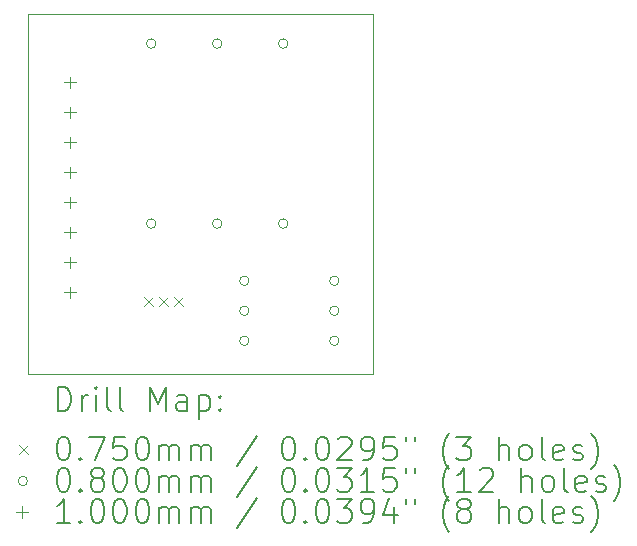
<source format=gbr>
%FSLAX45Y45*%
G04 Gerber Fmt 4.5, Leading zero omitted, Abs format (unit mm)*
G04 Created by KiCad (PCBNEW (6.0.6)) date 2022-06-23 13:02:32*
%MOMM*%
%LPD*%
G01*
G04 APERTURE LIST*
%TA.AperFunction,Profile*%
%ADD10C,0.100000*%
%TD*%
%ADD11C,0.200000*%
%ADD12C,0.075000*%
%ADD13C,0.080000*%
%ADD14C,0.100000*%
G04 APERTURE END LIST*
D10*
X0Y0D02*
X2921000Y0D01*
X2921000Y0D02*
X2921000Y-3048000D01*
X2921000Y-3048000D02*
X0Y-3048000D01*
X0Y-3048000D02*
X0Y0D01*
D11*
D12*
X978500Y-2400900D02*
X1053500Y-2475900D01*
X1053500Y-2400900D02*
X978500Y-2475900D01*
X1105500Y-2400900D02*
X1180500Y-2475900D01*
X1180500Y-2400900D02*
X1105500Y-2475900D01*
X1232500Y-2400900D02*
X1307500Y-2475900D01*
X1307500Y-2400900D02*
X1232500Y-2475900D01*
D13*
X1081400Y-254000D02*
G75*
G03*
X1081400Y-254000I-40000J0D01*
G01*
X1081400Y-1778000D02*
G75*
G03*
X1081400Y-1778000I-40000J0D01*
G01*
X1640200Y-254000D02*
G75*
G03*
X1640200Y-254000I-40000J0D01*
G01*
X1640200Y-1778000D02*
G75*
G03*
X1640200Y-1778000I-40000J0D01*
G01*
X1869800Y-2262100D02*
G75*
G03*
X1869800Y-2262100I-40000J0D01*
G01*
X1869800Y-2516100D02*
G75*
G03*
X1869800Y-2516100I-40000J0D01*
G01*
X1869800Y-2770100D02*
G75*
G03*
X1869800Y-2770100I-40000J0D01*
G01*
X2199000Y-254000D02*
G75*
G03*
X2199000Y-254000I-40000J0D01*
G01*
X2199000Y-1778000D02*
G75*
G03*
X2199000Y-1778000I-40000J0D01*
G01*
X2631800Y-2262100D02*
G75*
G03*
X2631800Y-2262100I-40000J0D01*
G01*
X2631800Y-2516100D02*
G75*
G03*
X2631800Y-2516100I-40000J0D01*
G01*
X2631800Y-2770100D02*
G75*
G03*
X2631800Y-2770100I-40000J0D01*
G01*
D14*
X355600Y-532700D02*
X355600Y-632700D01*
X305600Y-582700D02*
X405600Y-582700D01*
X355600Y-786700D02*
X355600Y-886700D01*
X305600Y-836700D02*
X405600Y-836700D01*
X355600Y-1040700D02*
X355600Y-1140700D01*
X305600Y-1090700D02*
X405600Y-1090700D01*
X355600Y-1294700D02*
X355600Y-1394700D01*
X305600Y-1344700D02*
X405600Y-1344700D01*
X355600Y-1548700D02*
X355600Y-1648700D01*
X305600Y-1598700D02*
X405600Y-1598700D01*
X355600Y-1802700D02*
X355600Y-1902700D01*
X305600Y-1852700D02*
X405600Y-1852700D01*
X355600Y-2056700D02*
X355600Y-2156700D01*
X305600Y-2106700D02*
X405600Y-2106700D01*
X355600Y-2310700D02*
X355600Y-2410700D01*
X305600Y-2360700D02*
X405600Y-2360700D01*
D11*
X252619Y-3363476D02*
X252619Y-3163476D01*
X300238Y-3163476D01*
X328810Y-3173000D01*
X347857Y-3192048D01*
X357381Y-3211095D01*
X366905Y-3249190D01*
X366905Y-3277762D01*
X357381Y-3315857D01*
X347857Y-3334905D01*
X328810Y-3353952D01*
X300238Y-3363476D01*
X252619Y-3363476D01*
X452619Y-3363476D02*
X452619Y-3230143D01*
X452619Y-3268238D02*
X462143Y-3249190D01*
X471667Y-3239667D01*
X490714Y-3230143D01*
X509762Y-3230143D01*
X576429Y-3363476D02*
X576429Y-3230143D01*
X576429Y-3163476D02*
X566905Y-3173000D01*
X576429Y-3182524D01*
X585952Y-3173000D01*
X576429Y-3163476D01*
X576429Y-3182524D01*
X700238Y-3363476D02*
X681190Y-3353952D01*
X671667Y-3334905D01*
X671667Y-3163476D01*
X805000Y-3363476D02*
X785952Y-3353952D01*
X776428Y-3334905D01*
X776428Y-3163476D01*
X1033571Y-3363476D02*
X1033571Y-3163476D01*
X1100238Y-3306333D01*
X1166905Y-3163476D01*
X1166905Y-3363476D01*
X1347857Y-3363476D02*
X1347857Y-3258714D01*
X1338333Y-3239667D01*
X1319286Y-3230143D01*
X1281190Y-3230143D01*
X1262143Y-3239667D01*
X1347857Y-3353952D02*
X1328810Y-3363476D01*
X1281190Y-3363476D01*
X1262143Y-3353952D01*
X1252619Y-3334905D01*
X1252619Y-3315857D01*
X1262143Y-3296809D01*
X1281190Y-3287286D01*
X1328810Y-3287286D01*
X1347857Y-3277762D01*
X1443095Y-3230143D02*
X1443095Y-3430143D01*
X1443095Y-3239667D02*
X1462143Y-3230143D01*
X1500238Y-3230143D01*
X1519286Y-3239667D01*
X1528809Y-3249190D01*
X1538333Y-3268238D01*
X1538333Y-3325381D01*
X1528809Y-3344428D01*
X1519286Y-3353952D01*
X1500238Y-3363476D01*
X1462143Y-3363476D01*
X1443095Y-3353952D01*
X1624048Y-3344428D02*
X1633571Y-3353952D01*
X1624048Y-3363476D01*
X1614524Y-3353952D01*
X1624048Y-3344428D01*
X1624048Y-3363476D01*
X1624048Y-3239667D02*
X1633571Y-3249190D01*
X1624048Y-3258714D01*
X1614524Y-3249190D01*
X1624048Y-3239667D01*
X1624048Y-3258714D01*
D12*
X-80000Y-3655500D02*
X-5000Y-3730500D01*
X-5000Y-3655500D02*
X-80000Y-3730500D01*
D11*
X290714Y-3583476D02*
X309762Y-3583476D01*
X328810Y-3593000D01*
X338333Y-3602524D01*
X347857Y-3621571D01*
X357381Y-3659667D01*
X357381Y-3707286D01*
X347857Y-3745381D01*
X338333Y-3764428D01*
X328810Y-3773952D01*
X309762Y-3783476D01*
X290714Y-3783476D01*
X271667Y-3773952D01*
X262143Y-3764428D01*
X252619Y-3745381D01*
X243095Y-3707286D01*
X243095Y-3659667D01*
X252619Y-3621571D01*
X262143Y-3602524D01*
X271667Y-3593000D01*
X290714Y-3583476D01*
X443095Y-3764428D02*
X452619Y-3773952D01*
X443095Y-3783476D01*
X433571Y-3773952D01*
X443095Y-3764428D01*
X443095Y-3783476D01*
X519286Y-3583476D02*
X652619Y-3583476D01*
X566905Y-3783476D01*
X824048Y-3583476D02*
X728809Y-3583476D01*
X719286Y-3678714D01*
X728809Y-3669190D01*
X747857Y-3659667D01*
X795476Y-3659667D01*
X814524Y-3669190D01*
X824048Y-3678714D01*
X833571Y-3697762D01*
X833571Y-3745381D01*
X824048Y-3764428D01*
X814524Y-3773952D01*
X795476Y-3783476D01*
X747857Y-3783476D01*
X728809Y-3773952D01*
X719286Y-3764428D01*
X957381Y-3583476D02*
X976428Y-3583476D01*
X995476Y-3593000D01*
X1005000Y-3602524D01*
X1014524Y-3621571D01*
X1024048Y-3659667D01*
X1024048Y-3707286D01*
X1014524Y-3745381D01*
X1005000Y-3764428D01*
X995476Y-3773952D01*
X976428Y-3783476D01*
X957381Y-3783476D01*
X938333Y-3773952D01*
X928809Y-3764428D01*
X919286Y-3745381D01*
X909762Y-3707286D01*
X909762Y-3659667D01*
X919286Y-3621571D01*
X928809Y-3602524D01*
X938333Y-3593000D01*
X957381Y-3583476D01*
X1109762Y-3783476D02*
X1109762Y-3650143D01*
X1109762Y-3669190D02*
X1119286Y-3659667D01*
X1138333Y-3650143D01*
X1166905Y-3650143D01*
X1185952Y-3659667D01*
X1195476Y-3678714D01*
X1195476Y-3783476D01*
X1195476Y-3678714D02*
X1205000Y-3659667D01*
X1224048Y-3650143D01*
X1252619Y-3650143D01*
X1271667Y-3659667D01*
X1281190Y-3678714D01*
X1281190Y-3783476D01*
X1376429Y-3783476D02*
X1376429Y-3650143D01*
X1376429Y-3669190D02*
X1385952Y-3659667D01*
X1405000Y-3650143D01*
X1433571Y-3650143D01*
X1452619Y-3659667D01*
X1462143Y-3678714D01*
X1462143Y-3783476D01*
X1462143Y-3678714D02*
X1471667Y-3659667D01*
X1490714Y-3650143D01*
X1519286Y-3650143D01*
X1538333Y-3659667D01*
X1547857Y-3678714D01*
X1547857Y-3783476D01*
X1938333Y-3573952D02*
X1766905Y-3831095D01*
X2195476Y-3583476D02*
X2214524Y-3583476D01*
X2233571Y-3593000D01*
X2243095Y-3602524D01*
X2252619Y-3621571D01*
X2262143Y-3659667D01*
X2262143Y-3707286D01*
X2252619Y-3745381D01*
X2243095Y-3764428D01*
X2233571Y-3773952D01*
X2214524Y-3783476D01*
X2195476Y-3783476D01*
X2176429Y-3773952D01*
X2166905Y-3764428D01*
X2157381Y-3745381D01*
X2147857Y-3707286D01*
X2147857Y-3659667D01*
X2157381Y-3621571D01*
X2166905Y-3602524D01*
X2176429Y-3593000D01*
X2195476Y-3583476D01*
X2347857Y-3764428D02*
X2357381Y-3773952D01*
X2347857Y-3783476D01*
X2338333Y-3773952D01*
X2347857Y-3764428D01*
X2347857Y-3783476D01*
X2481190Y-3583476D02*
X2500238Y-3583476D01*
X2519286Y-3593000D01*
X2528810Y-3602524D01*
X2538333Y-3621571D01*
X2547857Y-3659667D01*
X2547857Y-3707286D01*
X2538333Y-3745381D01*
X2528810Y-3764428D01*
X2519286Y-3773952D01*
X2500238Y-3783476D01*
X2481190Y-3783476D01*
X2462143Y-3773952D01*
X2452619Y-3764428D01*
X2443095Y-3745381D01*
X2433571Y-3707286D01*
X2433571Y-3659667D01*
X2443095Y-3621571D01*
X2452619Y-3602524D01*
X2462143Y-3593000D01*
X2481190Y-3583476D01*
X2624048Y-3602524D02*
X2633571Y-3593000D01*
X2652619Y-3583476D01*
X2700238Y-3583476D01*
X2719286Y-3593000D01*
X2728810Y-3602524D01*
X2738333Y-3621571D01*
X2738333Y-3640619D01*
X2728810Y-3669190D01*
X2614524Y-3783476D01*
X2738333Y-3783476D01*
X2833571Y-3783476D02*
X2871667Y-3783476D01*
X2890714Y-3773952D01*
X2900238Y-3764428D01*
X2919286Y-3735857D01*
X2928809Y-3697762D01*
X2928809Y-3621571D01*
X2919286Y-3602524D01*
X2909762Y-3593000D01*
X2890714Y-3583476D01*
X2852619Y-3583476D01*
X2833571Y-3593000D01*
X2824048Y-3602524D01*
X2814524Y-3621571D01*
X2814524Y-3669190D01*
X2824048Y-3688238D01*
X2833571Y-3697762D01*
X2852619Y-3707286D01*
X2890714Y-3707286D01*
X2909762Y-3697762D01*
X2919286Y-3688238D01*
X2928809Y-3669190D01*
X3109762Y-3583476D02*
X3014524Y-3583476D01*
X3005000Y-3678714D01*
X3014524Y-3669190D01*
X3033571Y-3659667D01*
X3081190Y-3659667D01*
X3100238Y-3669190D01*
X3109762Y-3678714D01*
X3119286Y-3697762D01*
X3119286Y-3745381D01*
X3109762Y-3764428D01*
X3100238Y-3773952D01*
X3081190Y-3783476D01*
X3033571Y-3783476D01*
X3014524Y-3773952D01*
X3005000Y-3764428D01*
X3195476Y-3583476D02*
X3195476Y-3621571D01*
X3271667Y-3583476D02*
X3271667Y-3621571D01*
X3566905Y-3859667D02*
X3557381Y-3850143D01*
X3538333Y-3821571D01*
X3528809Y-3802524D01*
X3519286Y-3773952D01*
X3509762Y-3726333D01*
X3509762Y-3688238D01*
X3519286Y-3640619D01*
X3528809Y-3612048D01*
X3538333Y-3593000D01*
X3557381Y-3564428D01*
X3566905Y-3554905D01*
X3624048Y-3583476D02*
X3747857Y-3583476D01*
X3681190Y-3659667D01*
X3709762Y-3659667D01*
X3728809Y-3669190D01*
X3738333Y-3678714D01*
X3747857Y-3697762D01*
X3747857Y-3745381D01*
X3738333Y-3764428D01*
X3728809Y-3773952D01*
X3709762Y-3783476D01*
X3652619Y-3783476D01*
X3633571Y-3773952D01*
X3624048Y-3764428D01*
X3985952Y-3783476D02*
X3985952Y-3583476D01*
X4071667Y-3783476D02*
X4071667Y-3678714D01*
X4062143Y-3659667D01*
X4043095Y-3650143D01*
X4014524Y-3650143D01*
X3995476Y-3659667D01*
X3985952Y-3669190D01*
X4195476Y-3783476D02*
X4176428Y-3773952D01*
X4166905Y-3764428D01*
X4157381Y-3745381D01*
X4157381Y-3688238D01*
X4166905Y-3669190D01*
X4176428Y-3659667D01*
X4195476Y-3650143D01*
X4224048Y-3650143D01*
X4243095Y-3659667D01*
X4252619Y-3669190D01*
X4262143Y-3688238D01*
X4262143Y-3745381D01*
X4252619Y-3764428D01*
X4243095Y-3773952D01*
X4224048Y-3783476D01*
X4195476Y-3783476D01*
X4376429Y-3783476D02*
X4357381Y-3773952D01*
X4347857Y-3754905D01*
X4347857Y-3583476D01*
X4528810Y-3773952D02*
X4509762Y-3783476D01*
X4471667Y-3783476D01*
X4452619Y-3773952D01*
X4443095Y-3754905D01*
X4443095Y-3678714D01*
X4452619Y-3659667D01*
X4471667Y-3650143D01*
X4509762Y-3650143D01*
X4528810Y-3659667D01*
X4538333Y-3678714D01*
X4538333Y-3697762D01*
X4443095Y-3716809D01*
X4614524Y-3773952D02*
X4633571Y-3783476D01*
X4671667Y-3783476D01*
X4690714Y-3773952D01*
X4700238Y-3754905D01*
X4700238Y-3745381D01*
X4690714Y-3726333D01*
X4671667Y-3716809D01*
X4643095Y-3716809D01*
X4624048Y-3707286D01*
X4614524Y-3688238D01*
X4614524Y-3678714D01*
X4624048Y-3659667D01*
X4643095Y-3650143D01*
X4671667Y-3650143D01*
X4690714Y-3659667D01*
X4766905Y-3859667D02*
X4776429Y-3850143D01*
X4795476Y-3821571D01*
X4805000Y-3802524D01*
X4814524Y-3773952D01*
X4824048Y-3726333D01*
X4824048Y-3688238D01*
X4814524Y-3640619D01*
X4805000Y-3612048D01*
X4795476Y-3593000D01*
X4776429Y-3564428D01*
X4766905Y-3554905D01*
D13*
X-5000Y-3957000D02*
G75*
G03*
X-5000Y-3957000I-40000J0D01*
G01*
D11*
X290714Y-3847476D02*
X309762Y-3847476D01*
X328810Y-3857000D01*
X338333Y-3866524D01*
X347857Y-3885571D01*
X357381Y-3923667D01*
X357381Y-3971286D01*
X347857Y-4009381D01*
X338333Y-4028428D01*
X328810Y-4037952D01*
X309762Y-4047476D01*
X290714Y-4047476D01*
X271667Y-4037952D01*
X262143Y-4028428D01*
X252619Y-4009381D01*
X243095Y-3971286D01*
X243095Y-3923667D01*
X252619Y-3885571D01*
X262143Y-3866524D01*
X271667Y-3857000D01*
X290714Y-3847476D01*
X443095Y-4028428D02*
X452619Y-4037952D01*
X443095Y-4047476D01*
X433571Y-4037952D01*
X443095Y-4028428D01*
X443095Y-4047476D01*
X566905Y-3933190D02*
X547857Y-3923667D01*
X538333Y-3914143D01*
X528810Y-3895095D01*
X528810Y-3885571D01*
X538333Y-3866524D01*
X547857Y-3857000D01*
X566905Y-3847476D01*
X605000Y-3847476D01*
X624048Y-3857000D01*
X633571Y-3866524D01*
X643095Y-3885571D01*
X643095Y-3895095D01*
X633571Y-3914143D01*
X624048Y-3923667D01*
X605000Y-3933190D01*
X566905Y-3933190D01*
X547857Y-3942714D01*
X538333Y-3952238D01*
X528810Y-3971286D01*
X528810Y-4009381D01*
X538333Y-4028428D01*
X547857Y-4037952D01*
X566905Y-4047476D01*
X605000Y-4047476D01*
X624048Y-4037952D01*
X633571Y-4028428D01*
X643095Y-4009381D01*
X643095Y-3971286D01*
X633571Y-3952238D01*
X624048Y-3942714D01*
X605000Y-3933190D01*
X766905Y-3847476D02*
X785952Y-3847476D01*
X805000Y-3857000D01*
X814524Y-3866524D01*
X824048Y-3885571D01*
X833571Y-3923667D01*
X833571Y-3971286D01*
X824048Y-4009381D01*
X814524Y-4028428D01*
X805000Y-4037952D01*
X785952Y-4047476D01*
X766905Y-4047476D01*
X747857Y-4037952D01*
X738333Y-4028428D01*
X728809Y-4009381D01*
X719286Y-3971286D01*
X719286Y-3923667D01*
X728809Y-3885571D01*
X738333Y-3866524D01*
X747857Y-3857000D01*
X766905Y-3847476D01*
X957381Y-3847476D02*
X976428Y-3847476D01*
X995476Y-3857000D01*
X1005000Y-3866524D01*
X1014524Y-3885571D01*
X1024048Y-3923667D01*
X1024048Y-3971286D01*
X1014524Y-4009381D01*
X1005000Y-4028428D01*
X995476Y-4037952D01*
X976428Y-4047476D01*
X957381Y-4047476D01*
X938333Y-4037952D01*
X928809Y-4028428D01*
X919286Y-4009381D01*
X909762Y-3971286D01*
X909762Y-3923667D01*
X919286Y-3885571D01*
X928809Y-3866524D01*
X938333Y-3857000D01*
X957381Y-3847476D01*
X1109762Y-4047476D02*
X1109762Y-3914143D01*
X1109762Y-3933190D02*
X1119286Y-3923667D01*
X1138333Y-3914143D01*
X1166905Y-3914143D01*
X1185952Y-3923667D01*
X1195476Y-3942714D01*
X1195476Y-4047476D01*
X1195476Y-3942714D02*
X1205000Y-3923667D01*
X1224048Y-3914143D01*
X1252619Y-3914143D01*
X1271667Y-3923667D01*
X1281190Y-3942714D01*
X1281190Y-4047476D01*
X1376429Y-4047476D02*
X1376429Y-3914143D01*
X1376429Y-3933190D02*
X1385952Y-3923667D01*
X1405000Y-3914143D01*
X1433571Y-3914143D01*
X1452619Y-3923667D01*
X1462143Y-3942714D01*
X1462143Y-4047476D01*
X1462143Y-3942714D02*
X1471667Y-3923667D01*
X1490714Y-3914143D01*
X1519286Y-3914143D01*
X1538333Y-3923667D01*
X1547857Y-3942714D01*
X1547857Y-4047476D01*
X1938333Y-3837952D02*
X1766905Y-4095095D01*
X2195476Y-3847476D02*
X2214524Y-3847476D01*
X2233571Y-3857000D01*
X2243095Y-3866524D01*
X2252619Y-3885571D01*
X2262143Y-3923667D01*
X2262143Y-3971286D01*
X2252619Y-4009381D01*
X2243095Y-4028428D01*
X2233571Y-4037952D01*
X2214524Y-4047476D01*
X2195476Y-4047476D01*
X2176429Y-4037952D01*
X2166905Y-4028428D01*
X2157381Y-4009381D01*
X2147857Y-3971286D01*
X2147857Y-3923667D01*
X2157381Y-3885571D01*
X2166905Y-3866524D01*
X2176429Y-3857000D01*
X2195476Y-3847476D01*
X2347857Y-4028428D02*
X2357381Y-4037952D01*
X2347857Y-4047476D01*
X2338333Y-4037952D01*
X2347857Y-4028428D01*
X2347857Y-4047476D01*
X2481190Y-3847476D02*
X2500238Y-3847476D01*
X2519286Y-3857000D01*
X2528810Y-3866524D01*
X2538333Y-3885571D01*
X2547857Y-3923667D01*
X2547857Y-3971286D01*
X2538333Y-4009381D01*
X2528810Y-4028428D01*
X2519286Y-4037952D01*
X2500238Y-4047476D01*
X2481190Y-4047476D01*
X2462143Y-4037952D01*
X2452619Y-4028428D01*
X2443095Y-4009381D01*
X2433571Y-3971286D01*
X2433571Y-3923667D01*
X2443095Y-3885571D01*
X2452619Y-3866524D01*
X2462143Y-3857000D01*
X2481190Y-3847476D01*
X2614524Y-3847476D02*
X2738333Y-3847476D01*
X2671667Y-3923667D01*
X2700238Y-3923667D01*
X2719286Y-3933190D01*
X2728810Y-3942714D01*
X2738333Y-3961762D01*
X2738333Y-4009381D01*
X2728810Y-4028428D01*
X2719286Y-4037952D01*
X2700238Y-4047476D01*
X2643095Y-4047476D01*
X2624048Y-4037952D01*
X2614524Y-4028428D01*
X2928809Y-4047476D02*
X2814524Y-4047476D01*
X2871667Y-4047476D02*
X2871667Y-3847476D01*
X2852619Y-3876048D01*
X2833571Y-3895095D01*
X2814524Y-3904619D01*
X3109762Y-3847476D02*
X3014524Y-3847476D01*
X3005000Y-3942714D01*
X3014524Y-3933190D01*
X3033571Y-3923667D01*
X3081190Y-3923667D01*
X3100238Y-3933190D01*
X3109762Y-3942714D01*
X3119286Y-3961762D01*
X3119286Y-4009381D01*
X3109762Y-4028428D01*
X3100238Y-4037952D01*
X3081190Y-4047476D01*
X3033571Y-4047476D01*
X3014524Y-4037952D01*
X3005000Y-4028428D01*
X3195476Y-3847476D02*
X3195476Y-3885571D01*
X3271667Y-3847476D02*
X3271667Y-3885571D01*
X3566905Y-4123667D02*
X3557381Y-4114143D01*
X3538333Y-4085571D01*
X3528809Y-4066524D01*
X3519286Y-4037952D01*
X3509762Y-3990333D01*
X3509762Y-3952238D01*
X3519286Y-3904619D01*
X3528809Y-3876048D01*
X3538333Y-3857000D01*
X3557381Y-3828428D01*
X3566905Y-3818905D01*
X3747857Y-4047476D02*
X3633571Y-4047476D01*
X3690714Y-4047476D02*
X3690714Y-3847476D01*
X3671667Y-3876048D01*
X3652619Y-3895095D01*
X3633571Y-3904619D01*
X3824048Y-3866524D02*
X3833571Y-3857000D01*
X3852619Y-3847476D01*
X3900238Y-3847476D01*
X3919286Y-3857000D01*
X3928809Y-3866524D01*
X3938333Y-3885571D01*
X3938333Y-3904619D01*
X3928809Y-3933190D01*
X3814524Y-4047476D01*
X3938333Y-4047476D01*
X4176428Y-4047476D02*
X4176428Y-3847476D01*
X4262143Y-4047476D02*
X4262143Y-3942714D01*
X4252619Y-3923667D01*
X4233571Y-3914143D01*
X4205000Y-3914143D01*
X4185952Y-3923667D01*
X4176428Y-3933190D01*
X4385952Y-4047476D02*
X4366905Y-4037952D01*
X4357381Y-4028428D01*
X4347857Y-4009381D01*
X4347857Y-3952238D01*
X4357381Y-3933190D01*
X4366905Y-3923667D01*
X4385952Y-3914143D01*
X4414524Y-3914143D01*
X4433571Y-3923667D01*
X4443095Y-3933190D01*
X4452619Y-3952238D01*
X4452619Y-4009381D01*
X4443095Y-4028428D01*
X4433571Y-4037952D01*
X4414524Y-4047476D01*
X4385952Y-4047476D01*
X4566905Y-4047476D02*
X4547857Y-4037952D01*
X4538333Y-4018905D01*
X4538333Y-3847476D01*
X4719286Y-4037952D02*
X4700238Y-4047476D01*
X4662143Y-4047476D01*
X4643095Y-4037952D01*
X4633571Y-4018905D01*
X4633571Y-3942714D01*
X4643095Y-3923667D01*
X4662143Y-3914143D01*
X4700238Y-3914143D01*
X4719286Y-3923667D01*
X4728810Y-3942714D01*
X4728810Y-3961762D01*
X4633571Y-3980809D01*
X4805000Y-4037952D02*
X4824048Y-4047476D01*
X4862143Y-4047476D01*
X4881190Y-4037952D01*
X4890714Y-4018905D01*
X4890714Y-4009381D01*
X4881190Y-3990333D01*
X4862143Y-3980809D01*
X4833571Y-3980809D01*
X4814524Y-3971286D01*
X4805000Y-3952238D01*
X4805000Y-3942714D01*
X4814524Y-3923667D01*
X4833571Y-3914143D01*
X4862143Y-3914143D01*
X4881190Y-3923667D01*
X4957381Y-4123667D02*
X4966905Y-4114143D01*
X4985952Y-4085571D01*
X4995476Y-4066524D01*
X5005000Y-4037952D01*
X5014524Y-3990333D01*
X5014524Y-3952238D01*
X5005000Y-3904619D01*
X4995476Y-3876048D01*
X4985952Y-3857000D01*
X4966905Y-3828428D01*
X4957381Y-3818905D01*
D14*
X-55000Y-4171000D02*
X-55000Y-4271000D01*
X-105000Y-4221000D02*
X-5000Y-4221000D01*
D11*
X357381Y-4311476D02*
X243095Y-4311476D01*
X300238Y-4311476D02*
X300238Y-4111476D01*
X281190Y-4140048D01*
X262143Y-4159095D01*
X243095Y-4168619D01*
X443095Y-4292429D02*
X452619Y-4301952D01*
X443095Y-4311476D01*
X433571Y-4301952D01*
X443095Y-4292429D01*
X443095Y-4311476D01*
X576429Y-4111476D02*
X595476Y-4111476D01*
X614524Y-4121000D01*
X624048Y-4130524D01*
X633571Y-4149571D01*
X643095Y-4187667D01*
X643095Y-4235286D01*
X633571Y-4273381D01*
X624048Y-4292429D01*
X614524Y-4301952D01*
X595476Y-4311476D01*
X576429Y-4311476D01*
X557381Y-4301952D01*
X547857Y-4292429D01*
X538333Y-4273381D01*
X528810Y-4235286D01*
X528810Y-4187667D01*
X538333Y-4149571D01*
X547857Y-4130524D01*
X557381Y-4121000D01*
X576429Y-4111476D01*
X766905Y-4111476D02*
X785952Y-4111476D01*
X805000Y-4121000D01*
X814524Y-4130524D01*
X824048Y-4149571D01*
X833571Y-4187667D01*
X833571Y-4235286D01*
X824048Y-4273381D01*
X814524Y-4292429D01*
X805000Y-4301952D01*
X785952Y-4311476D01*
X766905Y-4311476D01*
X747857Y-4301952D01*
X738333Y-4292429D01*
X728809Y-4273381D01*
X719286Y-4235286D01*
X719286Y-4187667D01*
X728809Y-4149571D01*
X738333Y-4130524D01*
X747857Y-4121000D01*
X766905Y-4111476D01*
X957381Y-4111476D02*
X976428Y-4111476D01*
X995476Y-4121000D01*
X1005000Y-4130524D01*
X1014524Y-4149571D01*
X1024048Y-4187667D01*
X1024048Y-4235286D01*
X1014524Y-4273381D01*
X1005000Y-4292429D01*
X995476Y-4301952D01*
X976428Y-4311476D01*
X957381Y-4311476D01*
X938333Y-4301952D01*
X928809Y-4292429D01*
X919286Y-4273381D01*
X909762Y-4235286D01*
X909762Y-4187667D01*
X919286Y-4149571D01*
X928809Y-4130524D01*
X938333Y-4121000D01*
X957381Y-4111476D01*
X1109762Y-4311476D02*
X1109762Y-4178143D01*
X1109762Y-4197190D02*
X1119286Y-4187667D01*
X1138333Y-4178143D01*
X1166905Y-4178143D01*
X1185952Y-4187667D01*
X1195476Y-4206714D01*
X1195476Y-4311476D01*
X1195476Y-4206714D02*
X1205000Y-4187667D01*
X1224048Y-4178143D01*
X1252619Y-4178143D01*
X1271667Y-4187667D01*
X1281190Y-4206714D01*
X1281190Y-4311476D01*
X1376429Y-4311476D02*
X1376429Y-4178143D01*
X1376429Y-4197190D02*
X1385952Y-4187667D01*
X1405000Y-4178143D01*
X1433571Y-4178143D01*
X1452619Y-4187667D01*
X1462143Y-4206714D01*
X1462143Y-4311476D01*
X1462143Y-4206714D02*
X1471667Y-4187667D01*
X1490714Y-4178143D01*
X1519286Y-4178143D01*
X1538333Y-4187667D01*
X1547857Y-4206714D01*
X1547857Y-4311476D01*
X1938333Y-4101952D02*
X1766905Y-4359095D01*
X2195476Y-4111476D02*
X2214524Y-4111476D01*
X2233571Y-4121000D01*
X2243095Y-4130524D01*
X2252619Y-4149571D01*
X2262143Y-4187667D01*
X2262143Y-4235286D01*
X2252619Y-4273381D01*
X2243095Y-4292429D01*
X2233571Y-4301952D01*
X2214524Y-4311476D01*
X2195476Y-4311476D01*
X2176429Y-4301952D01*
X2166905Y-4292429D01*
X2157381Y-4273381D01*
X2147857Y-4235286D01*
X2147857Y-4187667D01*
X2157381Y-4149571D01*
X2166905Y-4130524D01*
X2176429Y-4121000D01*
X2195476Y-4111476D01*
X2347857Y-4292429D02*
X2357381Y-4301952D01*
X2347857Y-4311476D01*
X2338333Y-4301952D01*
X2347857Y-4292429D01*
X2347857Y-4311476D01*
X2481190Y-4111476D02*
X2500238Y-4111476D01*
X2519286Y-4121000D01*
X2528810Y-4130524D01*
X2538333Y-4149571D01*
X2547857Y-4187667D01*
X2547857Y-4235286D01*
X2538333Y-4273381D01*
X2528810Y-4292429D01*
X2519286Y-4301952D01*
X2500238Y-4311476D01*
X2481190Y-4311476D01*
X2462143Y-4301952D01*
X2452619Y-4292429D01*
X2443095Y-4273381D01*
X2433571Y-4235286D01*
X2433571Y-4187667D01*
X2443095Y-4149571D01*
X2452619Y-4130524D01*
X2462143Y-4121000D01*
X2481190Y-4111476D01*
X2614524Y-4111476D02*
X2738333Y-4111476D01*
X2671667Y-4187667D01*
X2700238Y-4187667D01*
X2719286Y-4197190D01*
X2728810Y-4206714D01*
X2738333Y-4225762D01*
X2738333Y-4273381D01*
X2728810Y-4292429D01*
X2719286Y-4301952D01*
X2700238Y-4311476D01*
X2643095Y-4311476D01*
X2624048Y-4301952D01*
X2614524Y-4292429D01*
X2833571Y-4311476D02*
X2871667Y-4311476D01*
X2890714Y-4301952D01*
X2900238Y-4292429D01*
X2919286Y-4263857D01*
X2928809Y-4225762D01*
X2928809Y-4149571D01*
X2919286Y-4130524D01*
X2909762Y-4121000D01*
X2890714Y-4111476D01*
X2852619Y-4111476D01*
X2833571Y-4121000D01*
X2824048Y-4130524D01*
X2814524Y-4149571D01*
X2814524Y-4197190D01*
X2824048Y-4216238D01*
X2833571Y-4225762D01*
X2852619Y-4235286D01*
X2890714Y-4235286D01*
X2909762Y-4225762D01*
X2919286Y-4216238D01*
X2928809Y-4197190D01*
X3100238Y-4178143D02*
X3100238Y-4311476D01*
X3052619Y-4101952D02*
X3005000Y-4244810D01*
X3128809Y-4244810D01*
X3195476Y-4111476D02*
X3195476Y-4149571D01*
X3271667Y-4111476D02*
X3271667Y-4149571D01*
X3566905Y-4387667D02*
X3557381Y-4378143D01*
X3538333Y-4349571D01*
X3528809Y-4330524D01*
X3519286Y-4301952D01*
X3509762Y-4254333D01*
X3509762Y-4216238D01*
X3519286Y-4168619D01*
X3528809Y-4140048D01*
X3538333Y-4121000D01*
X3557381Y-4092428D01*
X3566905Y-4082905D01*
X3671667Y-4197190D02*
X3652619Y-4187667D01*
X3643095Y-4178143D01*
X3633571Y-4159095D01*
X3633571Y-4149571D01*
X3643095Y-4130524D01*
X3652619Y-4121000D01*
X3671667Y-4111476D01*
X3709762Y-4111476D01*
X3728809Y-4121000D01*
X3738333Y-4130524D01*
X3747857Y-4149571D01*
X3747857Y-4159095D01*
X3738333Y-4178143D01*
X3728809Y-4187667D01*
X3709762Y-4197190D01*
X3671667Y-4197190D01*
X3652619Y-4206714D01*
X3643095Y-4216238D01*
X3633571Y-4235286D01*
X3633571Y-4273381D01*
X3643095Y-4292429D01*
X3652619Y-4301952D01*
X3671667Y-4311476D01*
X3709762Y-4311476D01*
X3728809Y-4301952D01*
X3738333Y-4292429D01*
X3747857Y-4273381D01*
X3747857Y-4235286D01*
X3738333Y-4216238D01*
X3728809Y-4206714D01*
X3709762Y-4197190D01*
X3985952Y-4311476D02*
X3985952Y-4111476D01*
X4071667Y-4311476D02*
X4071667Y-4206714D01*
X4062143Y-4187667D01*
X4043095Y-4178143D01*
X4014524Y-4178143D01*
X3995476Y-4187667D01*
X3985952Y-4197190D01*
X4195476Y-4311476D02*
X4176428Y-4301952D01*
X4166905Y-4292429D01*
X4157381Y-4273381D01*
X4157381Y-4216238D01*
X4166905Y-4197190D01*
X4176428Y-4187667D01*
X4195476Y-4178143D01*
X4224048Y-4178143D01*
X4243095Y-4187667D01*
X4252619Y-4197190D01*
X4262143Y-4216238D01*
X4262143Y-4273381D01*
X4252619Y-4292429D01*
X4243095Y-4301952D01*
X4224048Y-4311476D01*
X4195476Y-4311476D01*
X4376429Y-4311476D02*
X4357381Y-4301952D01*
X4347857Y-4282905D01*
X4347857Y-4111476D01*
X4528810Y-4301952D02*
X4509762Y-4311476D01*
X4471667Y-4311476D01*
X4452619Y-4301952D01*
X4443095Y-4282905D01*
X4443095Y-4206714D01*
X4452619Y-4187667D01*
X4471667Y-4178143D01*
X4509762Y-4178143D01*
X4528810Y-4187667D01*
X4538333Y-4206714D01*
X4538333Y-4225762D01*
X4443095Y-4244810D01*
X4614524Y-4301952D02*
X4633571Y-4311476D01*
X4671667Y-4311476D01*
X4690714Y-4301952D01*
X4700238Y-4282905D01*
X4700238Y-4273381D01*
X4690714Y-4254333D01*
X4671667Y-4244810D01*
X4643095Y-4244810D01*
X4624048Y-4235286D01*
X4614524Y-4216238D01*
X4614524Y-4206714D01*
X4624048Y-4187667D01*
X4643095Y-4178143D01*
X4671667Y-4178143D01*
X4690714Y-4187667D01*
X4766905Y-4387667D02*
X4776429Y-4378143D01*
X4795476Y-4349571D01*
X4805000Y-4330524D01*
X4814524Y-4301952D01*
X4824048Y-4254333D01*
X4824048Y-4216238D01*
X4814524Y-4168619D01*
X4805000Y-4140048D01*
X4795476Y-4121000D01*
X4776429Y-4092428D01*
X4766905Y-4082905D01*
M02*

</source>
